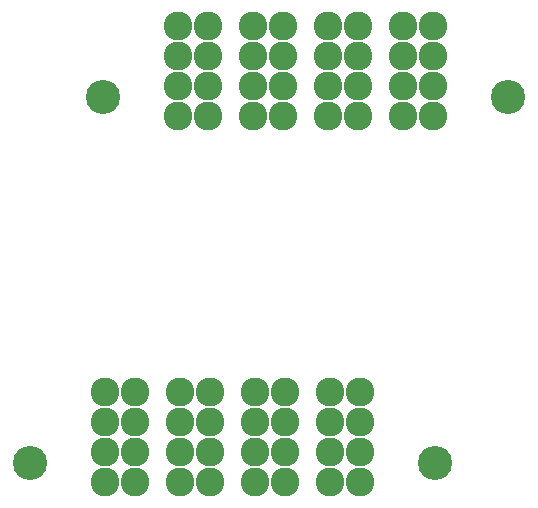
<source format=gbr>
G04 #@! TF.FileFunction,Soldermask,Bot*
%FSLAX46Y46*%
G04 Gerber Fmt 4.6, Leading zero omitted, Abs format (unit mm)*
G04 Created by KiCad (PCBNEW 4.0.7) date 04/10/18 01:58:47*
%MOMM*%
%LPD*%
G01*
G04 APERTURE LIST*
%ADD10C,0.100000*%
%ADD11C,2.889200*%
%ADD12C,2.432000*%
G04 APERTURE END LIST*
D10*
D11*
X113795000Y-84629800D03*
D12*
X139195000Y-78610000D03*
X141735000Y-78610000D03*
X139195000Y-81150000D03*
X141735000Y-81150000D03*
X139195000Y-83690000D03*
X141735000Y-83690000D03*
X139195000Y-86230000D03*
X141735000Y-86230000D03*
X135385000Y-86230000D03*
X132845000Y-86230000D03*
X135385000Y-83690000D03*
X132845000Y-83690000D03*
X135385000Y-81150000D03*
X132845000Y-81150000D03*
X135385000Y-78610000D03*
X132845000Y-78610000D03*
X126495000Y-78610000D03*
X129035000Y-78610000D03*
X126495000Y-81150000D03*
X129035000Y-81150000D03*
X126495000Y-83690000D03*
X129035000Y-83690000D03*
X126495000Y-86230000D03*
X129035000Y-86230000D03*
X122685000Y-86230000D03*
X120145000Y-86230000D03*
X122685000Y-83690000D03*
X120145000Y-83690000D03*
X122685000Y-81150000D03*
X120145000Y-81150000D03*
X122685000Y-78610000D03*
X120145000Y-78610000D03*
D11*
X148085000Y-84629800D03*
X107565000Y-115559800D03*
D12*
X132965000Y-109540000D03*
X135505000Y-109540000D03*
X132965000Y-112080000D03*
X135505000Y-112080000D03*
X132965000Y-114620000D03*
X135505000Y-114620000D03*
X132965000Y-117160000D03*
X135505000Y-117160000D03*
X129155000Y-117160000D03*
X126615000Y-117160000D03*
X129155000Y-114620000D03*
X126615000Y-114620000D03*
X129155000Y-112080000D03*
X126615000Y-112080000D03*
X129155000Y-109540000D03*
X126615000Y-109540000D03*
X120265000Y-109540000D03*
X122805000Y-109540000D03*
X120265000Y-112080000D03*
X122805000Y-112080000D03*
X120265000Y-114620000D03*
X122805000Y-114620000D03*
X120265000Y-117160000D03*
X122805000Y-117160000D03*
X116455000Y-117160000D03*
X113915000Y-117160000D03*
X116455000Y-114620000D03*
X113915000Y-114620000D03*
X116455000Y-112080000D03*
X113915000Y-112080000D03*
X116455000Y-109540000D03*
X113915000Y-109540000D03*
D11*
X141855000Y-115559800D03*
M02*

</source>
